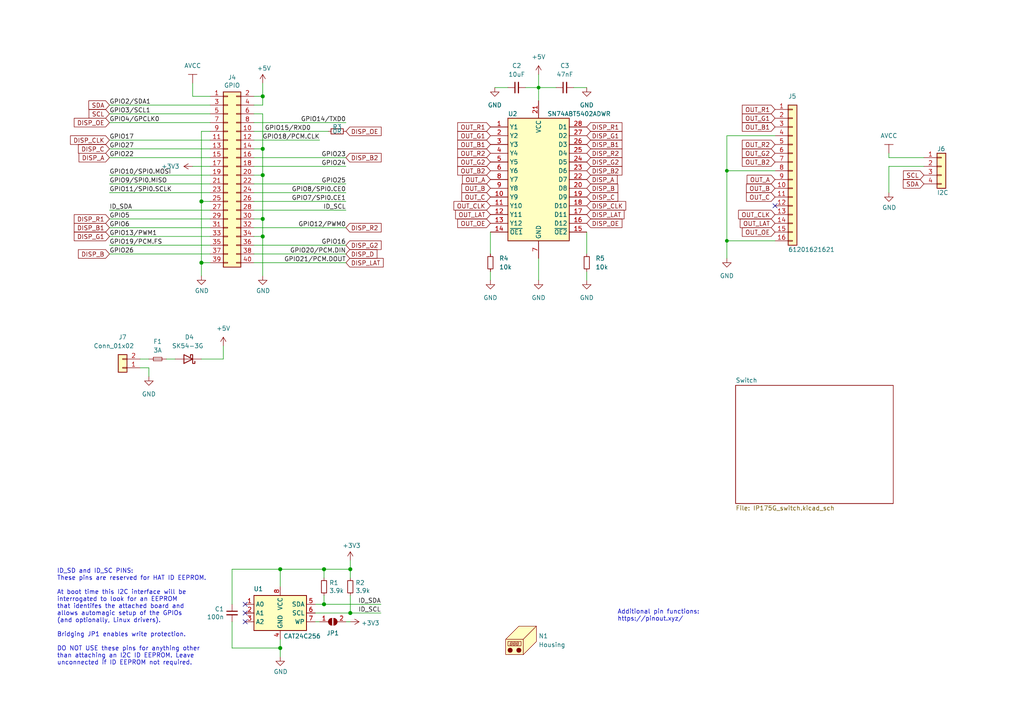
<source format=kicad_sch>
(kicad_sch (version 20230121) (generator eeschema)
  (paper "A4")
  (title_block (date "15 nov 2012"))
  (lib_symbols
    (symbol "+5V_1" (power) (pin_names (offset 0))
      (property "Value" "+5V_1" (at 0 3.556 0))
      (symbol "+5V_1_0_1"
        (polyline (pts (xy -0.762 1.27) (xy 0 2.54)))
        (polyline (pts (xy 0 0) (xy 0 2.54)))
        (polyline (pts (xy 0 2.54) (xy 0.762 1.27)))
      )
      (symbol "+5V_1_1_1"
        (pin power_in line (at 0 0 90) (length 0) hide (name "+5V") (number "1"))
      )
    )
    (symbol "+5V_2" (power) (pin_names (offset 0))
      (property "Value" "+5V_2" (at 0 3.556 0))
      (symbol "+5V_2_0_1"
        (polyline (pts (xy -0.762 1.27) (xy 0 2.54)))
        (polyline (pts (xy 0 0) (xy 0 2.54)))
        (polyline (pts (xy 0 2.54) (xy 0.762 1.27)))
      )
      (symbol "+5V_2_1_1"
        (pin power_in line (at 0 0 90) (length 0) hide (name "+5V") (number "1"))
      )
    )
    (symbol "CONNECTORS:AVCC" (power) (in_bom no) (on_board no)
      (property "Reference" "#AVCC" (at -1.27 1.27 0))
      (property "Value" "AVCC" (at 0 0 0))
      (symbol "AVCC_0_1"
        (polyline (pts (xy -1.27 0) (xy 1.27 0)))
        (polyline (pts (xy 0 -2.54) (xy 0 0)))
      )
      (symbol "AVCC_1_1"
        (pin power_in line (at 0 -2.54 90) (length 0) hide (name "AVCC") (number "1"))
      )
    )
    (symbol "Connector_Generic:Conn_01x02" (pin_names (offset 1.016) hide)
      (property "Reference" "J" (at 0 2.54 0))
      (property "Value" "Conn_01x02" (at 0 -5.08 0))
      (symbol "Conn_01x02_1_1"
        (rectangle (start -1.27 -2.413) (end 0 -2.667) (stroke (width 0.1524)))
        (rectangle (start -1.27 0.127) (end 0 -0.127) (stroke (width 0.1524)))
        (rectangle (start -1.27 1.27) (end 1.27 -3.81) (stroke (width 0.254)) (fill (type background)))
        (pin passive line (at -5.08 0 0) (length 3.81) (name "Pin_1") (number "1"))
        (pin passive line (at -5.08 -2.54 0) (length 3.81) (name "Pin_2") (number "2"))
      )
    )
    (symbol "Connector_Generic:Conn_01x04" (pin_names (offset 1.016) hide)
      (property "Reference" "J" (at 0 5.08 0))
      (property "Value" "Conn_01x04" (at 0 -7.62 0))
      (symbol "Conn_01x04_1_1"
        (rectangle (start -1.27 -4.953) (end 0 -5.207) (stroke (width 0.1524)))
        (rectangle (start -1.27 -2.413) (end 0 -2.667) (stroke (width 0.1524)))
        (rectangle (start -1.27 0.127) (end 0 -0.127) (stroke (width 0.1524)))
        (rectangle (start -1.27 2.667) (end 0 2.413) (stroke (width 0.1524)))
        (rectangle (start -1.27 3.81) (end 1.27 -6.35) (stroke (width 0.254)) (fill (type background)))
        (pin passive line (at -5.08 2.54 0) (length 3.81) (name "Pin_1") (number "1"))
        (pin passive line (at -5.08 0 0) (length 3.81) (name "Pin_2") (number "2"))
        (pin passive line (at -5.08 -2.54 0) (length 3.81) (name "Pin_3") (number "3"))
        (pin passive line (at -5.08 -5.08 0) (length 3.81) (name "Pin_4") (number "4"))
      )
    )
    (symbol "Connector_Generic:Conn_01x16" (pin_names (offset 1.016) hide)
      (property "Reference" "J" (at 0 20.32 0))
      (property "Value" "Conn_01x16" (at 0 -22.86 0))
      (symbol "Conn_01x16_1_1"
        (rectangle (start -1.27 -20.193) (end 0 -20.447) (stroke (width 0.1524)))
        (rectangle (start -1.27 -17.653) (end 0 -17.907) (stroke (width 0.1524)))
        (rectangle (start -1.27 -15.113) (end 0 -15.367) (stroke (width 0.1524)))
        (rectangle (start -1.27 -12.573) (end 0 -12.827) (stroke (width 0.1524)))
        (rectangle (start -1.27 -10.033) (end 0 -10.287) (stroke (width 0.1524)))
        (rectangle (start -1.27 -7.493) (end 0 -7.747) (stroke (width 0.1524)))
        (rectangle (start -1.27 -4.953) (end 0 -5.207) (stroke (width 0.1524)))
        (rectangle (start -1.27 -2.413) (end 0 -2.667) (stroke (width 0.1524)))
        (rectangle (start -1.27 0.127) (end 0 -0.127) (stroke (width 0.1524)))
        (rectangle (start -1.27 2.667) (end 0 2.413) (stroke (width 0.1524)))
        (rectangle (start -1.27 5.207) (end 0 4.953) (stroke (width 0.1524)))
        (rectangle (start -1.27 7.747) (end 0 7.493) (stroke (width 0.1524)))
        (rectangle (start -1.27 10.287) (end 0 10.033) (stroke (width 0.1524)))
        (rectangle (start -1.27 12.827) (end 0 12.573) (stroke (width 0.1524)))
        (rectangle (start -1.27 15.367) (end 0 15.113) (stroke (width 0.1524)))
        (rectangle (start -1.27 17.907) (end 0 17.653) (stroke (width 0.1524)))
        (rectangle (start -1.27 19.05) (end 1.27 -21.59) (stroke (width 0.254)) (fill (type background)))
        (pin passive line (at -5.08 17.78 0) (length 3.81) (name "Pin_1") (number "1"))
        (pin passive line (at -5.08 -5.08 0) (length 3.81) (name "Pin_10") (number "10"))
        (pin passive line (at -5.08 -7.62 0) (length 3.81) (name "Pin_11") (number "11"))
        (pin passive line (at -5.08 -10.16 0) (length 3.81) (name "Pin_12") (number "12"))
        (pin passive line (at -5.08 -12.7 0) (length 3.81) (name "Pin_13") (number "13"))
        (pin passive line (at -5.08 -15.24 0) (length 3.81) (name "Pin_14") (number "14"))
        (pin passive line (at -5.08 -17.78 0) (length 3.81) (name "Pin_15") (number "15"))
        (pin passive line (at -5.08 -20.32 0) (length 3.81) (name "Pin_16") (number "16"))
        (pin passive line (at -5.08 15.24 0) (length 3.81) (name "Pin_2") (number "2"))
        (pin passive line (at -5.08 12.7 0) (length 3.81) (name "Pin_3") (number "3"))
        (pin passive line (at -5.08 10.16 0) (length 3.81) (name "Pin_4") (number "4"))
        (pin passive line (at -5.08 7.62 0) (length 3.81) (name "Pin_5") (number "5"))
        (pin passive line (at -5.08 5.08 0) (length 3.81) (name "Pin_6") (number "6"))
        (pin passive line (at -5.08 2.54 0) (length 3.81) (name "Pin_7") (number "7"))
        (pin passive line (at -5.08 0 0) (length 3.81) (name "Pin_8") (number "8"))
        (pin passive line (at -5.08 -2.54 0) (length 3.81) (name "Pin_9") (number "9"))
      )
    )
    (symbol "Connector_Generic:Conn_02x20_Odd_Even" (pin_names (offset 1.016) hide)
      (property "Reference" "J" (at 1.27 25.4 0))
      (property "Value" "Conn_02x20_Odd_Even" (at 1.27 -27.94 0))
      (symbol "Conn_02x20_Odd_Even_1_1"
        (rectangle (start -1.27 -25.273) (end 0 -25.527) (stroke (width 0.1524)))
        (rectangle (start -1.27 -22.733) (end 0 -22.987) (stroke (width 0.1524)))
        (rectangle (start -1.27 -20.193) (end 0 -20.447) (stroke (width 0.1524)))
        (rectangle (start -1.27 -17.653) (end 0 -17.907) (stroke (width 0.1524)))
        (rectangle (start -1.27 -15.113) (end 0 -15.367) (stroke (width 0.1524)))
        (rectangle (start -1.27 -12.573) (end 0 -12.827) (stroke (width 0.1524)))
        (rectangle (start -1.27 -10.033) (end 0 -10.287) (stroke (width 0.1524)))
        (rectangle (start -1.27 -7.493) (end 0 -7.747) (stroke (width 0.1524)))
        (rectangle (start -1.27 -4.953) (end 0 -5.207) (stroke (width 0.1524)))
        (rectangle (start -1.27 -2.413) (end 0 -2.667) (stroke (width 0.1524)))
        (rectangle (start -1.27 0.127) (end 0 -0.127) (stroke (width 0.1524)))
        (rectangle (start -1.27 2.667) (end 0 2.413) (stroke (width 0.1524)))
        (rectangle (start -1.27 5.207) (end 0 4.953) (stroke (width 0.1524)))
        (rectangle (start -1.27 7.747) (end 0 7.493) (stroke (width 0.1524)))
        (rectangle (start -1.27 10.287) (end 0 10.033) (stroke (width 0.1524)))
        (rectangle (start -1.27 12.827) (end 0 12.573) (stroke (width 0.1524)))
        (rectangle (start -1.27 15.367) (end 0 15.113) (stroke (width 0.1524)))
        (rectangle (start -1.27 17.907) (end 0 17.653) (stroke (width 0.1524)))
        (rectangle (start -1.27 20.447) (end 0 20.193) (stroke (width 0.1524)))
        (rectangle (start -1.27 22.987) (end 0 22.733) (stroke (width 0.1524)))
        (rectangle (start -1.27 24.13) (end 3.81 -26.67) (stroke (width 0.254)) (fill (type background)))
        (rectangle (start 3.81 -25.273) (end 2.54 -25.527) (stroke (width 0.1524)))
        (rectangle (start 3.81 -22.733) (end 2.54 -22.987) (stroke (width 0.1524)))
        (rectangle (start 3.81 -20.193) (end 2.54 -20.447) (stroke (width 0.1524)))
        (rectangle (start 3.81 -17.653) (end 2.54 -17.907) (stroke (width 0.1524)))
        (rectangle (start 3.81 -15.113) (end 2.54 -15.367) (stroke (width 0.1524)))
        (rectangle (start 3.81 -12.573) (end 2.54 -12.827) (stroke (width 0.1524)))
        (rectangle (start 3.81 -10.033) (end 2.54 -10.287) (stroke (width 0.1524)))
        (rectangle (start 3.81 -7.493) (end 2.54 -7.747) (stroke (width 0.1524)))
        (rectangle (start 3.81 -4.953) (end 2.54 -5.207) (stroke (width 0.1524)))
        (rectangle (start 3.81 -2.413) (end 2.54 -2.667) (stroke (width 0.1524)))
        (rectangle (start 3.81 0.127) (end 2.54 -0.127) (stroke (width 0.1524)))
        (rectangle (start 3.81 2.667) (end 2.54 2.413) (stroke (width 0.1524)))
        (rectangle (start 3.81 5.207) (end 2.54 4.953) (stroke (width 0.1524)))
        (rectangle (start 3.81 7.747) (end 2.54 7.493) (stroke (width 0.1524)))
        (rectangle (start 3.81 10.287) (end 2.54 10.033) (stroke (width 0.1524)))
        (rectangle (start 3.81 12.827) (end 2.54 12.573) (stroke (width 0.1524)))
        (rectangle (start 3.81 15.367) (end 2.54 15.113) (stroke (width 0.1524)))
        (rectangle (start 3.81 17.907) (end 2.54 17.653) (stroke (width 0.1524)))
        (rectangle (start 3.81 20.447) (end 2.54 20.193) (stroke (width 0.1524)))
        (rectangle (start 3.81 22.987) (end 2.54 22.733) (stroke (width 0.1524)))
        (pin passive line (at -5.08 22.86 0) (length 3.81) (name "Pin_1") (number "1"))
        (pin passive line (at 7.62 12.7 180) (length 3.81) (name "Pin_10") (number "10"))
        (pin passive line (at -5.08 10.16 0) (length 3.81) (name "Pin_11") (number "11"))
        (pin passive line (at 7.62 10.16 180) (length 3.81) (name "Pin_12") (number "12"))
        (pin passive line (at -5.08 7.62 0) (length 3.81) (name "Pin_13") (number "13"))
        (pin passive line (at 7.62 7.62 180) (length 3.81) (name "Pin_14") (number "14"))
        (pin passive line (at -5.08 5.08 0) (length 3.81) (name "Pin_15") (number "15"))
        (pin passive line (at 7.62 5.08 180) (length 3.81) (name "Pin_16") (number "16"))
        (pin passive line (at -5.08 2.54 0) (length 3.81) (name "Pin_17") (number "17"))
        (pin passive line (at 7.62 2.54 180) (length 3.81) (name "Pin_18") (number "18"))
        (pin passive line (at -5.08 0 0) (length 3.81) (name "Pin_19") (number "19"))
        (pin passive line (at 7.62 22.86 180) (length 3.81) (name "Pin_2") (number "2"))
        (pin passive line (at 7.62 0 180) (length 3.81) (name "Pin_20") (number "20"))
        (pin passive line (at -5.08 -2.54 0) (length 3.81) (name "Pin_21") (number "21"))
        (pin passive line (at 7.62 -2.54 180) (length 3.81) (name "Pin_22") (number "22"))
        (pin passive line (at -5.08 -5.08 0) (length 3.81) (name "Pin_23") (number "23"))
        (pin passive line (at 7.62 -5.08 180) (length 3.81) (name "Pin_24") (number "24"))
        (pin passive line (at -5.08 -7.62 0) (length 3.81) (name "Pin_25") (number "25"))
        (pin passive line (at 7.62 -7.62 180) (length 3.81) (name "Pin_26") (number "26"))
        (pin passive line (at -5.08 -10.16 0) (length 3.81) (name "Pin_27") (number "27"))
        (pin passive line (at 7.62 -10.16 180) (length 3.81) (name "Pin_28") (number "28"))
        (pin passive line (at -5.08 -12.7 0) (length 3.81) (name "Pin_29") (number "29"))
        (pin passive line (at -5.08 20.32 0) (length 3.81) (name "Pin_3") (number "3"))
        (pin passive line (at 7.62 -12.7 180) (length 3.81) (name "Pin_30") (number "30"))
        (pin passive line (at -5.08 -15.24 0) (length 3.81) (name "Pin_31") (number "31"))
        (pin passive line (at 7.62 -15.24 180) (length 3.81) (name "Pin_32") (number "32"))
        (pin passive line (at -5.08 -17.78 0) (length 3.81) (name "Pin_33") (number "33"))
        (pin passive line (at 7.62 -17.78 180) (length 3.81) (name "Pin_34") (number "34"))
        (pin passive line (at -5.08 -20.32 0) (length 3.81) (name "Pin_35") (number "35"))
        (pin passive line (at 7.62 -20.32 180) (length 3.81) (name "Pin_36") (number "36"))
        (pin passive line (at -5.08 -22.86 0) (length 3.81) (name "Pin_37") (number "37"))
        (pin passive line (at 7.62 -22.86 180) (length 3.81) (name "Pin_38") (number "38"))
        (pin passive line (at -5.08 -25.4 0) (length 3.81) (name "Pin_39") (number "39"))
        (pin passive line (at 7.62 20.32 180) (length 3.81) (name "Pin_4") (number "4"))
        (pin passive line (at 7.62 -25.4 180) (length 3.81) (name "Pin_40") (number "40"))
        (pin passive line (at -5.08 17.78 0) (length 3.81) (name "Pin_5") (number "5"))
        (pin passive line (at 7.62 17.78 180) (length 3.81) (name "Pin_6") (number "6"))
        (pin passive line (at -5.08 15.24 0) (length 3.81) (name "Pin_7") (number "7"))
        (pin passive line (at 7.62 15.24 180) (length 3.81) (name "Pin_8") (number "8"))
        (pin passive line (at -5.08 12.7 0) (length 3.81) (name "Pin_9") (number "9"))
      )
    )
    (symbol "Device:C_Small" (pin_numbers hide) (pin_names (offset 0.254) hide)
      (property "Reference" "C" (at 0.254 1.778 0))
      (property "Value" "C_Small" (at 0.254 -2.032 0))
      (symbol "C_Small_0_1"
        (polyline (pts (xy -1.524 -0.508) (xy 1.524 -0.508)) (stroke (width 0.3302)))
        (polyline (pts (xy -1.524 0.508) (xy 1.524 0.508)) (stroke (width 0.3048)))
      )
      (symbol "C_Small_1_1"
        (pin passive line (at 0 2.54 270) (length 2.032) (name "~") (number "1"))
        (pin passive line (at 0 -2.54 90) (length 2.032) (name "~") (number "2"))
      )
    )
    (symbol "Device:Fuse_Small" (pin_numbers hide) (pin_names (offset 0.254) hide)
      (property "Reference" "F" (at 0 -1.524 0))
      (property "Value" "Fuse_Small" (at 0 1.524 0))
      (symbol "Fuse_Small_0_1"
        (rectangle (start -1.27 0.508) (end 1.27 -0.508))
        (polyline (pts (xy -1.27 0) (xy 1.27 0)))
      )
      (symbol "Fuse_Small_1_1"
        (pin passive line (at -2.54 0 0) (length 1.27) (name "~") (number "1"))
        (pin passive line (at 2.54 0 180) (length 1.27) (name "~") (number "2"))
      )
    )
    (symbol "Device:R_Small" (pin_numbers hide) (pin_names (offset 0.254) hide)
      (property "Reference" "R" (at 0.762 0.508 0))
      (property "Value" "R_Small" (at 0.762 -1.016 0))
      (symbol "R_Small_0_1"
        (rectangle (start -0.762 1.778) (end 0.762 -1.778) (stroke (width 0.2032)))
      )
      (symbol "R_Small_1_1"
        (pin passive line (at 0 2.54 270) (length 0.762) (name "~") (number "1"))
        (pin passive line (at 0 -2.54 90) (length 0.762) (name "~") (number "2"))
      )
    )
    (symbol "Diode:1N6858UR" (pin_numbers hide) (pin_names (offset 1.016) hide)
      (property "Reference" "D" (at 0 2.54 0))
      (property "Value" "1N6858UR" (at 0 -2.54 0))
      (symbol "1N6858UR_0_1"
        (polyline (pts (xy 1.27 0) (xy -1.27 0)))
        (polyline (pts (xy 1.27 1.27) (xy 1.27 -1.27) (xy -1.27 0) (xy 1.27 1.27)) (stroke (width 0.254)))
        (polyline (pts (xy -1.905 0.635) (xy -1.905 1.27) (xy -1.27 1.27) (xy -1.27 -1.27) (xy -0.635 -1.27) (xy -0.635 -0.635)) (stroke (width 0.254)))
      )
      (symbol "1N6858UR_1_1"
        (pin passive line (at -3.81 0 0) (length 2.54) (name "K") (number "1"))
        (pin passive line (at 3.81 0 180) (length 2.54) (name "A") (number "2"))
      )
    )
    (symbol "GND_1" (power) (pin_names (offset 0))
      (property "Value" "GND_1" (at 0 -3.81 0))
      (symbol "GND_1_0_1"
        (polyline (pts (xy 0 0) (xy 0 -1.27) (xy 1.27 -1.27) (xy 0 -2.54) (xy -1.27 -1.27) (xy 0 -1.27)))
      )
      (symbol "GND_1_1_1"
        (pin power_in line (at 0 0 270) (length 0) hide (name "GND") (number "1"))
      )
    )
    (symbol "GND_2" (power) (pin_names (offset 0))
      (property "Value" "GND_2" (at 0 -3.81 0))
      (symbol "GND_2_0_1"
        (polyline (pts (xy 0 0) (xy 0 -1.27) (xy 1.27 -1.27) (xy 0 -2.54) (xy -1.27 -1.27) (xy 0 -1.27)))
      )
      (symbol "GND_2_1_1"
        (pin power_in line (at 0 0 270) (length 0) hide (name "GND") (number "1"))
      )
    )
    (symbol "ICs:SN74ABT5402ADWR"
      (property "Reference" "U" (at -8.89 20.32 0))
      (property "Value" "SN74ABT5402ADWR" (at 1.27 -19.05 0))
      (symbol "SN74ABT5402ADWR_1_1"
        (rectangle (start -8.89 17.78) (end 8.89 -17.78) (stroke (width 0.254)) (fill (type background)))
        (pin passive line (at -13.97 15.24 0) (length 5.08) (name "Y1") (number "1"))
        (pin passive line (at -13.97 -5.08 0) (length 5.08) (name "Y9") (number "10"))
        (pin passive line (at -13.97 -7.62 0) (length 5.08) (name "Y10") (number "11"))
        (pin passive line (at -13.97 -10.16 0) (length 5.08) (name "Y11") (number "12"))
        (pin passive line (at -13.97 -12.7 0) (length 5.08) (name "Y12") (number "13"))
        (pin passive line (at -13.97 -15.24 0) (length 5.08) (name "~{OE1}") (number "14"))
        (pin passive line (at 13.97 -15.24 180) (length 5.08) (name "~{OE2}") (number "15"))
        (pin passive line (at 13.97 -12.7 180) (length 5.08) (name "D12") (number "16"))
        (pin passive line (at 13.97 -10.16 180) (length 5.08) (name "D11") (number "17"))
        (pin passive line (at 13.97 -7.62 180) (length 5.08) (name "D10") (number "18"))
        (pin passive line (at 13.97 -5.08 180) (length 5.08) (name "D9") (number "19"))
        (pin passive line (at -13.97 12.7 0) (length 5.08) (name "Y2") (number "2"))
        (pin passive line (at 13.97 -2.54 180) (length 5.08) (name "D8") (number "20"))
        (pin passive line (at 0 22.86 270) (length 5.08) (name "VCC") (number "21"))
        (pin passive line (at 13.97 0 180) (length 5.08) (name "D7") (number "22"))
        (pin passive line (at 13.97 2.54 180) (length 5.08) (name "D6") (number "23"))
        (pin passive line (at 13.97 5.08 180) (length 5.08) (name "D5") (number "24"))
        (pin passive line (at 13.97 7.62 180) (length 5.08) (name "D4") (number "25"))
        (pin passive line (at 13.97 10.16 180) (length 5.08) (name "D3") (number "26"))
        (pin passive line (at 13.97 12.7 180) (length 5.08) (name "D2") (number "27"))
        (pin passive line (at 13.97 15.24 180) (length 5.08) (name "D1") (number "28"))
        (pin passive line (at -13.97 10.16 0) (length 5.08) (name "Y3") (number "3"))
        (pin passive line (at -13.97 7.62 0) (length 5.08) (name "Y4") (number "4"))
        (pin passive line (at -13.97 5.08 0) (length 5.08) (name "Y5") (number "5"))
        (pin passive line (at -13.97 2.54 0) (length 5.08) (name "Y6") (number "6"))
        (pin passive line (at 0 -22.86 90) (length 5.08) (name "GND") (number "7"))
        (pin passive line (at -13.97 0 0) (length 5.08) (name "Y7") (number "8"))
        (pin passive line (at -13.97 -2.54 0) (length 5.08) (name "Y8") (number "9"))
      )
    )
    (symbol "Jumper:SolderJumper_2_Open" (pin_names (offset 0) hide)
      (property "Reference" "JP" (at 0 2.032 0))
      (property "Value" "SolderJumper_2_Open" (at 0 -2.54 0))
      (symbol "SolderJumper_2_Open_0_1"
        (arc (start -0.254 1.016) (mid -1.2656 0) (end -0.254 -1.016))
        (arc (start -0.254 1.016) (mid -1.2656 0) (end -0.254 -1.016) (fill (type outline)))
        (polyline (pts (xy -0.254 1.016) (xy -0.254 -1.016)))
        (polyline (pts (xy 0.254 1.016) (xy 0.254 -1.016)))
        (arc (start 0.254 -1.016) (mid 1.2656 0) (end 0.254 1.016))
        (arc (start 0.254 -1.016) (mid 1.2656 0) (end 0.254 1.016) (fill (type outline)))
      )
      (symbol "SolderJumper_2_Open_1_1"
        (pin passive line (at -3.81 0 0) (length 2.54) (name "A") (number "1"))
        (pin passive line (at 3.81 0 180) (length 2.54) (name "B") (number "2"))
      )
    )
    (symbol "Mechanical:Housing" (pin_names (offset 1.016))
      (property "Reference" "N" (at 3.81 0 0))
      (property "Value" "Housing" (at 3.81 -1.905 0))
      (symbol "Housing_0_1"
        (rectangle (start -5.08 -0.635) (end -1.27 -1.905))
        (circle (center -4.445 -3.175) (radius 0.635) (fill (type outline)))
        (circle (center -1.905 -3.175) (radius 0.635) (fill (type outline)))
        (polyline (pts (xy -4.5212 -1.5748) (xy -4.4704 -1.3716)))
        (polyline (pts (xy -4.4196 -1.6764) (xy -4.064 -1.6764)))
        (polyline (pts (xy -4.4196 -1.2192) (xy -4.3688 -0.9652)))
        (polyline (pts (xy -4.318 -1.3208) (xy -4.0132 -1.3208)))
        (polyline (pts (xy -4.2164 -0.9144) (xy -3.9116 -0.9144)))
        (polyline (pts (xy -3.9116 -1.6256) (xy -3.8608 -1.3716)))
        (polyline (pts (xy -3.81 -1.2192) (xy -3.7592 -0.9652)))
        (polyline (pts (xy -3.6068 -1.5748) (xy -3.556 -1.3716)))
        (polyline (pts (xy -3.5052 -1.6764) (xy -3.1496 -1.6764)))
        (polyline (pts (xy -3.5052 -1.2192) (xy -3.4544 -0.9652)))
        (polyline (pts (xy -3.4036 -1.3208) (xy -3.0988 -1.3208)))
        (polyline (pts (xy -3.302 -0.9144) (xy -2.9972 -0.9144)))
        (polyline (pts (xy -2.9972 -1.6256) (xy -2.9464 -1.3716)))
        (polyline (pts (xy -2.8956 -1.2192) (xy -2.8448 -0.9652)))
        (polyline (pts (xy -2.6924 -1.5748) (xy -2.6416 -1.3716)))
        (polyline (pts (xy -2.5908 -1.6764) (xy -2.2352 -1.6764)))
        (polyline (pts (xy -2.5908 -1.2192) (xy -2.54 -0.9652)))
        (polyline (pts (xy -2.4892 -1.3208) (xy -2.1844 -1.3208)))
        (polyline (pts (xy -2.3876 -0.9144) (xy -2.0828 -0.9144)))
        (polyline (pts (xy -2.0828 -1.6256) (xy -2.032 -1.3716)))
        (polyline (pts (xy -1.9812 -1.2192) (xy -1.9304 -0.9652)))
        (polyline (pts (xy -0.635 0) (xy -0.635 -4.445)))
        (polyline (pts (xy -5.715 0) (xy -0.635 0) (xy 3.175 3.81)))
        (polyline (pts (xy -5.715 0) (xy -5.715 -4.445) (xy -0.635 -4.445) (xy 3.175 -0.635) (xy 3.175 3.81) (xy -1.905 3.81) (xy -5.715 0)) (fill (type background)))
      )
    )
    (symbol "Memory_EEPROM:CAT24C256"
      (property "Reference" "U" (at -6.35 6.35 0))
      (property "Value" "CAT24C256" (at 1.27 6.35 0))
      (symbol "CAT24C256_1_1"
        (rectangle (start -7.62 5.08) (end 7.62 -5.08) (stroke (width 0.254)) (fill (type background)))
        (pin input line (at -10.16 2.54 0) (length 2.54) (name "A0") (number "1"))
        (pin input line (at -10.16 0 0) (length 2.54) (name "A1") (number "2"))
        (pin input line (at -10.16 -2.54 0) (length 2.54) (name "A2") (number "3"))
        (pin power_in line (at 0 -7.62 90) (length 2.54) (name "GND") (number "4"))
        (pin bidirectional line (at 10.16 2.54 180) (length 2.54) (name "SDA") (number "5"))
        (pin input line (at 10.16 0 180) (length 2.54) (name "SCL") (number "6"))
        (pin input line (at 10.16 -2.54 180) (length 2.54) (name "WP") (number "7"))
        (pin power_in line (at 0 7.62 270) (length 2.54) (name "VCC") (number "8"))
      )
    )
    (symbol "power:+3.3V" (power) (pin_names (offset 0))
      (property "Value" "+3.3V" (at 0 3.556 0))
      (symbol "+3.3V_0_1"
        (polyline (pts (xy -0.762 1.27) (xy 0 2.54)))
        (polyline (pts (xy 0 0) (xy 0 2.54)))
        (polyline (pts (xy 0 2.54) (xy 0.762 1.27)))
      )
      (symbol "+3.3V_1_1"
        (pin power_in line (at 0 0 90) (length 0) hide (name "+3V3") (number "1"))
      )
    )
    (symbol "power:+3V3" (power) (pin_names (offset 0))
      (property "Value" "+3V3" (at 0 3.556 0))
      (symbol "+3V3_0_1"
        (polyline (pts (xy -0.762 1.27) (xy 0 2.54)))
        (polyline (pts (xy 0 0) (xy 0 2.54)))
        (polyline (pts (xy 0 2.54) (xy 0.762 1.27)))
      )
      (symbol "+3V3_1_1"
        (pin power_in line (at 0 0 90) (length 0) hide (name "+3V3") (number "1"))
      )
    )
    (symbol "power:+5V" (power) (pin_names (offset 0))
      (property "Value" "+5V" (at 0 3.556 0))
      (symbol "+5V_0_1"
        (polyline (pts (xy -0.762 1.27) (xy 0 2.54)))
        (polyline (pts (xy 0 0) (xy 0 2.54)))
        (polyline (pts (xy 0 2.54) (xy 0.762 1.27)))
      )
      (symbol "+5V_1_1"
        (pin power_in line (at 0 0 90) (length 0) hide (name "+5V") (number "1"))
      )
    )
    (symbol "power:GND" (power) (pin_names (offset 0))
      (property "Value" "GND" (at 0 -3.81 0))
      (symbol "GND_0_1"
        (polyline (pts (xy 0 0) (xy 0 -1.27) (xy 1.27 -1.27) (xy 0 -2.54) (xy -1.27 -1.27) (xy 0 -1.27)))
      )
      (symbol "GND_1_1"
        (pin power_in line (at 0 0 270) (length 0) hide (name "GND") (number "1"))
      )
    )
  )
  (junction (at 93.98 175.26) (diameter 1.016))
  (junction (at 76.2 27.94) (diameter 1.016))
  (junction (at 81.28 187.96) (diameter 1.016))
  (junction (at 76.2 43.18) (diameter 1.016))
  (junction (at 81.28 165.1) (diameter 1.016))
  (junction (at 210.82 49.53))
  (junction (at 101.6 165.1) (diameter 1.016))
  (junction (at 58.42 76.2) (diameter 1.016))
  (junction (at 58.42 58.42) (diameter 1.016))
  (junction (at 76.2 68.58) (diameter 1.016))
  (junction (at 210.82 69.85))
  (junction (at 76.2 63.5) (diameter 1.016))
  (junction (at 156.21 25.4))
  (junction (at 76.2 50.8) (diameter 1.016))
  (junction (at 101.6 177.8) (diameter 1.016))
  (junction (at 93.98 165.1) (diameter 1.016))
  (no_connect (at 71.12 175.26))
  (no_connect (at 71.12 177.8))
  (no_connect (at 71.12 180.34))
  (no_connect (at 224.79 59.69))
  (wire (pts (xy 58.42 58.42) (xy 58.42 76.2)))
  (wire (pts (xy 73.66 58.42) (xy 100.33 58.42)))
  (wire (pts (xy 161.29 25.4) (xy 156.21 25.4)))
  (wire (pts (xy 60.96 40.64) (xy 31.75 40.64)))
  (wire (pts (xy 43.18 109.22) (xy 43.18 106.68)))
  (wire (pts (xy 81.28 165.1) (xy 93.98 165.1)))
  (wire (pts (xy 101.6 165.1) (xy 93.98 165.1)))
  (wire (pts (xy 101.6 167.64) (xy 101.6 165.1)))
  (wire (pts (xy 76.2 33.02) (xy 76.2 43.18)))
  (wire (pts (xy 76.2 50.8) (xy 73.66 50.8)))
  (wire (pts (xy 170.18 67.31) (xy 170.18 73.66)))
  (wire (pts (xy 224.79 39.37) (xy 210.82 39.37)))
  (wire (pts (xy 76.2 63.5) (xy 76.2 68.58)))
  (wire (pts (xy 76.2 50.8) (xy 76.2 63.5)))
  (wire (pts (xy 73.66 35.56) (xy 100.33 35.56)))
  (wire (pts (xy 58.42 38.1) (xy 58.42 58.42)))
  (wire (pts (xy 91.44 175.26) (xy 93.98 175.26)))
  (wire (pts (xy 93.98 175.26) (xy 110.49 175.26)))
  (wire (pts (xy 166.37 25.4) (xy 170.18 25.4)))
  (wire (pts (xy 58.42 38.1) (xy 60.96 38.1)))
  (wire (pts (xy 91.44 180.34) (xy 92.71 180.34)))
  (wire (pts (xy 100.33 180.34) (xy 101.6 180.34)))
  (wire (pts (xy 73.66 55.88) (xy 100.33 55.88)))
  (wire (pts (xy 60.96 60.96) (xy 31.75 60.96)))
  (wire (pts (xy 31.75 63.5) (xy 60.96 63.5)))
  (wire (pts (xy 156.21 21.59) (xy 156.21 25.4)))
  (wire (pts (xy 58.42 58.42) (xy 60.96 58.42)))
  (wire (pts (xy 101.6 162.56) (xy 101.6 165.1)))
  (wire (pts (xy 48.26 104.14) (xy 50.8 104.14)))
  (wire (pts (xy 73.66 45.72) (xy 100.33 45.72)))
  (wire (pts (xy 81.28 165.1) (xy 81.28 170.18)))
  (wire (pts (xy 257.81 45.72) (xy 257.81 44.45)))
  (wire (pts (xy 210.82 69.85) (xy 224.79 69.85)))
  (wire (pts (xy 156.21 25.4) (xy 156.21 29.21)))
  (wire (pts (xy 43.18 106.68) (xy 40.64 106.68)))
  (wire (pts (xy 73.66 76.2) (xy 100.33 76.2)))
  (wire (pts (xy 58.42 76.2) (xy 58.42 80.01)))
  (wire (pts (xy 31.75 43.18) (xy 60.96 43.18)))
  (wire (pts (xy 101.6 172.72) (xy 101.6 177.8)))
  (wire (pts (xy 55.88 24.13) (xy 55.88 27.94)))
  (wire (pts (xy 76.2 68.58) (xy 73.66 68.58)))
  (wire (pts (xy 210.82 39.37) (xy 210.82 49.53)))
  (wire (pts (xy 31.75 33.02) (xy 60.96 33.02)))
  (wire (pts (xy 31.75 55.88) (xy 60.96 55.88)))
  (wire (pts (xy 55.88 48.26) (xy 60.96 48.26)))
  (wire (pts (xy 152.4 25.4) (xy 156.21 25.4)))
  (wire (pts (xy 60.96 30.48) (xy 31.75 30.48)))
  (wire (pts (xy 76.2 27.94) (xy 76.2 30.48)))
  (wire (pts (xy 76.2 43.18) (xy 76.2 50.8)))
  (wire (pts (xy 73.66 40.64) (xy 92.71 40.64)))
  (wire (pts (xy 76.2 43.18) (xy 73.66 43.18)))
  (wire (pts (xy 76.2 24.13) (xy 76.2 27.94)))
  (wire (pts (xy 267.97 48.26) (xy 257.81 48.26)))
  (wire (pts (xy 31.75 35.56) (xy 60.96 35.56)))
  (wire (pts (xy 93.98 165.1) (xy 93.98 167.64)))
  (wire (pts (xy 76.2 27.94) (xy 73.66 27.94)))
  (wire (pts (xy 64.77 104.14) (xy 64.77 100.33)))
  (wire (pts (xy 210.82 49.53) (xy 210.82 69.85)))
  (wire (pts (xy 73.66 48.26) (xy 100.33 48.26)))
  (wire (pts (xy 267.97 45.72) (xy 257.81 45.72)))
  (wire (pts (xy 93.98 172.72) (xy 93.98 175.26)))
  (wire (pts (xy 91.44 177.8) (xy 101.6 177.8)))
  (wire (pts (xy 101.6 177.8) (xy 110.49 177.8)))
  (wire (pts (xy 31.75 45.72) (xy 60.96 45.72)))
  (wire (pts (xy 31.75 53.34) (xy 60.96 53.34)))
  (wire (pts (xy 224.79 49.53) (xy 210.82 49.53)))
  (wire (pts (xy 31.75 66.04) (xy 60.96 66.04)))
  (wire (pts (xy 142.24 78.74) (xy 142.24 81.28)))
  (wire (pts (xy 76.2 30.48) (xy 73.66 30.48)))
  (wire (pts (xy 170.18 78.74) (xy 170.18 81.28)))
  (wire (pts (xy 143.51 25.4) (xy 147.32 25.4)))
  (wire (pts (xy 31.75 71.12) (xy 60.96 71.12)))
  (wire (pts (xy 40.64 104.14) (xy 43.18 104.14)))
  (wire (pts (xy 73.66 71.12) (xy 100.33 71.12)))
  (wire (pts (xy 156.21 74.93) (xy 156.21 81.28)))
  (wire (pts (xy 73.66 66.04) (xy 100.33 66.04)))
  (wire (pts (xy 58.42 76.2) (xy 60.96 76.2)))
  (wire (pts (xy 58.42 104.14) (xy 64.77 104.14)))
  (wire (pts (xy 73.66 73.66) (xy 100.33 73.66)))
  (wire (pts (xy 257.81 48.26) (xy 257.81 55.88)))
  (wire (pts (xy 76.2 33.02) (xy 73.66 33.02)))
  (wire (pts (xy 31.75 73.66) (xy 60.96 73.66)))
  (wire (pts (xy 142.24 67.31) (xy 142.24 73.66)))
  (wire (pts (xy 67.31 165.1) (xy 67.31 175.26)))
  (wire (pts (xy 67.31 180.34) (xy 67.31 187.96)))
  (wire (pts (xy 67.31 187.96) (xy 81.28 187.96)))
  (wire (pts (xy 81.28 165.1) (xy 67.31 165.1)))
  (wire (pts (xy 81.28 185.42) (xy 81.28 187.96)))
  (wire (pts (xy 81.28 187.96) (xy 81.28 190.5)))
  (wire (pts (xy 73.66 38.1) (xy 95.25 38.1)))
  (wire (pts (xy 76.2 68.58) (xy 76.2 80.01)))
  (wire (pts (xy 210.82 69.85) (xy 210.82 74.93)))
  (wire (pts (xy 73.66 53.34) (xy 100.33 53.34)))
  (wire (pts (xy 60.96 68.58) (xy 31.75 68.58)))
  (wire (pts (xy 76.2 63.5) (xy 73.66 63.5)))
  (wire (pts (xy 55.88 27.94) (xy 60.96 27.94)))
  (wire (pts (xy 60.96 50.8) (xy 31.75 50.8)))
  (wire (pts (xy 73.66 60.96) (xy 100.33 60.96)))
  (text "Additional pin functions:\nhttps://pinout.xyz/" (at 179.07 180.34 0) (effects (font (size 1.27 1.27)) (justify left bottom)))
  (text "ID_SD and ID_SC PINS:\nThese pins are reserved for HAT ID EEPROM.\n\nAt boot time this I2C interface will be\ninterrogated to look for an EEPROM\nthat identifes the attached board and\nallows automagic setup of the GPIOs\n(and optionally, Linux drivers).\n\nBridging JP1 enables write protection.\n\nDO NOT USE these pins for anything other\nthan attaching an I2C ID EEPROM. Leave\nunconnected if ID EEPROM not required." (at 16.51 193.04 0) (effects (font (size 1.27 1.27)) (justify left bottom)))
  (label "ID_SDA" (at 31.75 60.96 0))
  (label "GPIO6" (at 31.75 66.04 0))
  (label "ID_SDA" (at 110.49 175.26 180))
  (label "ID_SCL" (at 100.33 60.96 180))
  (label "GPIO5" (at 31.75 63.5 0))
  (label "GPIO21{slash}PCM.DOUT" (at 100.33 76.2 180))
  (label "GPIO19{slash}PCM.FS" (at 31.75 71.12 0))
  (label "GPIO10{slash}SPI0.MOSI" (at 31.75 50.8 0))
  (label "GPIO9{slash}SPI0.MISO" (at 31.75 53.34 0))
  (label "GPIO23" (at 100.33 45.72 180))
  (label "GPIO4{slash}GPCLK0" (at 31.75 35.56 0))
  (label "GPIO27" (at 31.75 43.18 0))
  (label "GPIO26" (at 31.75 73.66 0))
  (label "GPIO14{slash}TXD0" (at 100.33 35.56 180))
  (label "GPIO8{slash}SPI0.CE0" (at 100.33 55.88 180))
  (label "GPIO15{slash}RXD0" (at 90.17 38.1 180))
  (label "GPIO16" (at 100.33 71.12 180))
  (label "GPIO22" (at 31.75 45.72 0))
  (label "GPIO2{slash}SDA1" (at 31.75 30.48 0))
  (label "GPIO17" (at 31.75 40.64 0))
  (label "GPIO25" (at 100.33 53.34 180))
  (label "GPIO3{slash}SCL1" (at 31.75 33.02 0))
  (label "GPIO18{slash}PCM.CLK" (at 92.71 40.64 180))
  (label "GPIO12{slash}PWM0" (at 100.33 66.04 180))
  (label "GPIO13{slash}PWM1" (at 31.75 68.58 0))
  (label "GPIO20{slash}PCM.DIN" (at 100.33 73.66 180))
  (label "GPIO24" (at 100.33 48.26 180))
  (label "GPIO7{slash}SPI0.CE1" (at 100.33 58.42 180))
  (label "ID_SCL" (at 110.49 177.8 180))
  (label "GPIO11{slash}SPI0.SCLK" (at 31.75 55.88 0))
  (global_label "OUT_G1" (shape input) (at 142.24 39.37 180) (property "Intersheetrefs" "${INTERSHEET_REFS}" (effects hide)))
  (global_label "DISP_LAT" (shape input) (at 170.18 62.23 0) (property "Intersheetrefs" "${INTERSHEET_REFS}" (effects hide)))
  (global_label "DISP_B1" (shape input) (at 31.75 66.04 180) (property "Intersheetrefs" "${INTERSHEET_REFS}" (effects hide)))
  (global_label "DISP_A" (shape input) (at 31.75 45.72 180) (property "Intersheetrefs" "${INTERSHEET_REFS}" (effects hide)))
  (global_label "SCL" (shape input) (at 267.97 50.8 180) (property "Intersheetrefs" "${INTERSHEET_REFS}" (effects hide)))
  (global_label "OUT_LAT" (shape input) (at 142.24 62.23 180) (property "Intersheetrefs" "${INTERSHEET_REFS}" (effects hide)))
  (global_label "DISP_C" (shape input) (at 170.18 57.15 0) (property "Intersheetrefs" "${INTERSHEET_REFS}" (effects hide)))
  (global_label "DISP_R2" (shape input) (at 100.33 66.04 0) (property "Intersheetrefs" "${INTERSHEET_REFS}" (effects hide)))
  (global_label "DISP_G1" (shape input) (at 31.75 68.58 180) (property "Intersheetrefs" "${INTERSHEET_REFS}" (effects hide)))
  (global_label "OUT_R1" (shape input) (at 224.79 31.75 180) (property "Intersheetrefs" "${INTERSHEET_REFS}" (effects hide)))
  (global_label "OUT_B1" (shape input) (at 142.24 41.91 180) (property "Intersheetrefs" "${INTERSHEET_REFS}" (effects hide)))
  (global_label "SDA" (shape input) (at 267.97 53.34 180) (property "Intersheetrefs" "${INTERSHEET_REFS}" (effects hide)))
  (global_label "OUT_C" (shape input) (at 142.24 57.15 180) (property "Intersheetrefs" "${INTERSHEET_REFS}" (effects hide)))
  (global_label "OUT_OE" (shape input) (at 142.24 64.77 180) (property "Intersheetrefs" "${INTERSHEET_REFS}" (effects hide)))
  (global_label "SDA" (shape input) (at 31.75 30.48 180) (property "Intersheetrefs" "${INTERSHEET_REFS}" (effects hide)))
  (global_label "DISP_B1" (shape input) (at 170.18 41.91 0) (property "Intersheetrefs" "${INTERSHEET_REFS}" (effects hide)))
  (global_label "OUT_B" (shape input) (at 224.79 54.61 180) (property "Intersheetrefs" "${INTERSHEET_REFS}" (effects hide)))
  (global_label "OUT_R2" (shape input) (at 142.24 44.45 180) (property "Intersheetrefs" "${INTERSHEET_REFS}" (effects hide)))
  (global_label "DISP_G1" (shape input) (at 170.18 39.37 0) (property "Intersheetrefs" "${INTERSHEET_REFS}" (effects hide)))
  (global_label "DISP_A" (shape input) (at 170.18 52.07 0) (property "Intersheetrefs" "${INTERSHEET_REFS}" (effects hide)))
  (global_label "OUT_R1" (shape input) (at 142.24 36.83 180) (property "Intersheetrefs" "${INTERSHEET_REFS}" (effects hide)))
  (global_label "DISP_G2" (shape input) (at 170.18 46.99 0) (property "Intersheetrefs" "${INTERSHEET_REFS}" (effects hide)))
  (global_label "DISP_OE" (shape input) (at 31.75 35.56 180) (property "Intersheetrefs" "${INTERSHEET_REFS}" (effects hide)))
  (global_label "SCL" (shape input) (at 31.75 33.02 180) (property "Intersheetrefs" "${INTERSHEET_REFS}" (effects hide)))
  (global_label "DISP_D" (shape input) (at 100.33 73.66 0) (property "Intersheetrefs" "${INTERSHEET_REFS}" (effects hide)))
  (global_label "DISP_B2" (shape input) (at 100.33 45.72 0) (property "Intersheetrefs" "${INTERSHEET_REFS}" (effects hide)))
  (global_label "DISP_R1" (shape input) (at 170.18 36.83 0) (property "Intersheetrefs" "${INTERSHEET_REFS}" (effects hide)))
  (global_label "OUT_R2" (shape input) (at 224.79 41.91 180) (property "Intersheetrefs" "${INTERSHEET_REFS}" (effects hide)))
  (global_label "DISP_R1" (shape input) (at 31.75 63.5 180) (property "Intersheetrefs" "${INTERSHEET_REFS}" (effects hide)))
  (global_label "OUT_G2" (shape input) (at 142.24 46.99 180) (property "Intersheetrefs" "${INTERSHEET_REFS}" (effects hide)))
  (global_label "OUT_B2" (shape input) (at 224.79 46.99 180) (property "Intersheetrefs" "${INTERSHEET_REFS}" (effects hide)))
  (global_label "DISP_CLK" (shape input) (at 170.18 59.69 0) (property "Intersheetrefs" "${INTERSHEET_REFS}" (effects hide)))
  (global_label "OUT_B" (shape input) (at 142.24 54.61 180) (property "Intersheetrefs" "${INTERSHEET_REFS}" (effects hide)))
  (global_label "OUT_G1" (shape input) (at 224.79 34.29 180) (property "Intersheetrefs" "${INTERSHEET_REFS}" (effects hide)))
  (global_label "OUT_CLK" (shape input) (at 224.79 62.23 180) (property "Intersheetrefs" "${INTERSHEET_REFS}" (effects hide)))
  (global_label "OUT_OE" (shape input) (at 224.79 67.31 180) (property "Intersheetrefs" "${INTERSHEET_REFS}" (effects hide)))
  (global_label "DISP_R2" (shape input) (at 170.18 44.45 0) (property "Intersheetrefs" "${INTERSHEET_REFS}" (effects hide)))
  (global_label "OUT_B1" (shape input) (at 224.79 36.83 180) (property "Intersheetrefs" "${INTERSHEET_REFS}" (effects hide)))
  (global_label "DISP_LAT" (shape input) (at 100.33 76.2 0) (property "Intersheetrefs" "${INTERSHEET_REFS}" (effects hide)))
  (global_label "OUT_G2" (shape input) (at 224.79 44.45 180) (property "Intersheetrefs" "${INTERSHEET_REFS}" (effects hide)))
  (global_label "OUT_A" (shape input) (at 224.79 52.07 180) (property "Intersheetrefs" "${INTERSHEET_REFS}" (effects hide)))
  (global_label "OUT_B2" (shape input) (at 142.24 49.53 180) (property "Intersheetrefs" "${INTERSHEET_REFS}" (effects hide)))
  (global_label "DISP_B" (shape input) (at 31.75 73.66 180) (property "Intersheetrefs" "${INTERSHEET_REFS}" (effects hide)))
  (global_label "DISP_OE" (shape input) (at 170.18 64.77 0) (property "Intersheetrefs" "${INTERSHEET_REFS}" (effects hide)))
  (global_label "DISP_C" (shape input) (at 31.75 43.18 180) (property "Intersheetrefs" "${INTERSHEET_REFS}" (effects hide)))
  (global_label "DISP_B" (shape input) (at 170.18 54.61 0) (property "Intersheetrefs" "${INTERSHEET_REFS}" (effects hide)))
  (global_label "OUT_C" (shape input) (at 224.79 57.15 180) (property "Intersheetrefs" "${INTERSHEET_REFS}" (effects hide)))
  (global_label "DISP_CLK" (shape input) (at 31.75 40.64 180) (property "Intersheetrefs" "${INTERSHEET_REFS}" (effects hide)))
  (global_label "DISP_OE" (shape input) (at 100.33 38.1 0) (property "Intersheetrefs" "${INTERSHEET_REFS}" (effects hide)))
  (global_label "DISP_G2" (shape input) (at 100.33 71.12 0) (property "Intersheetrefs" "${INTERSHEET_REFS}" (effects hide)))
  (global_label "OUT_LAT" (shape input) (at 224.79 64.77 180) (property "Intersheetrefs" "${INTERSHEET_REFS}" (effects hide)))
  (global_label "DISP_B2" (shape input) (at 170.18 49.53 0) (property "Intersheetrefs" "${INTERSHEET_REFS}" (effects hide)))
  (global_label "OUT_A" (shape input) (at 142.24 52.07 180) (property "Intersheetrefs" "${INTERSHEET_REFS}" (effects hide)))
  (global_label "OUT_CLK" (shape input) (at 142.24 59.69 180) (property "Intersheetrefs" "${INTERSHEET_REFS}" (effects hide)))
  (symbol (lib_id "power:+5V") (at 76.2 24.13 0) (unit 1)
    (property "Reference" "#PWR01" (effects hide))
    (property "Value" "+5V" (at 76.5683 19.8056 0))
  )
  (symbol (lib_id "power:GND") (at 76.2 80.01 0) (unit 1)
    (property "Reference" "#PWR02" (effects hide))
    (property "Value" "GND" (at 76.3143 84.3344 0))
  )
  (symbol (lib_id "power:GND") (at 58.42 80.01 0) (unit 1)
    (property "Reference" "#PWR03" (effects hide))
    (property "Value" "GND" (at 58.5343 84.3344 0))
  )
  (symbol (lib_id "Connector_Generic:Conn_02x20_Odd_Even") (at 66.04 50.8 0) (unit 1)
    (property "Reference" "J4" (at 67.31 22.4598 0))
    (property "Value" "GPIO" (at 67.31 24.765 0))
    (property "Footprint" "Connector_PinSocket_2.54mm:PinSocket_2x20_P2.54mm_Vertical" (effects hide))
  )
  (symbol (lib_id "Device:C_Small") (at 67.31 177.8 0) (unit 1)
    (property "Reference" "C1" (at 64.9858 176.6506 0) (effects (justify right)))
    (property "Value" "100n" (at 64.9858 178.9493 0) (effects (justify right)))
    (property "Footprint" "Capacitor_SMD:C_0402_1005Metric" (effects hide))
  )
  (symbol (lib_name "+5V_1") (lib_id "power:+5V") (at 156.21 21.59 0) (unit 1)
    (property "Reference" "#PWR08" (effects hide))
    (property "Value" "+5V" (at 156.21 16.51 0))
  )
  (symbol (lib_id "CONNECTORS:AVCC") (at 257.81 41.91 0) (unit 1) (in_bom no) (on_board no)
    (property "Reference" "#AVCC011" (effects hide))
    (property "Value" "AVCC" (at 257.81 39.37 0))
  )
  (symbol (lib_id "Device:R_Small") (at 93.98 170.18 0) (unit 1)
    (property "Reference" "R1" (at 95.4786 169.037 0) (effects (justify left)))
    (property "Value" "3.9k" (at 95.4787 171.3293 0) (effects (justify left)))
    (property "Footprint" "Resistor_SMD:R_0603_1608Metric" (effects hide))
  )
  (symbol (lib_id "Device:R_Small") (at 97.79 38.1 90) (unit 1)
    (property "Reference" "R3" (at 97.79 36.83 90))
    (property "Value" "0R" (at 97.79 38.1 90))
    (property "Footprint" "Resistor_SMD:R_0603_1608Metric" (effects hide))
  )
  (symbol (lib_name "GND_1") (lib_id "power:GND") (at 156.21 81.28 0) (unit 1)
    (property "Reference" "#PWR05" (effects hide))
    (property "Value" "GND" (at 156.21 86.36 0))
  )
  (symbol (lib_name "GND_1") (lib_id "power:GND") (at 170.18 25.4 0) (unit 1)
    (property "Reference" "#PWR09" (effects hide))
    (property "Value" "GND" (at 170.18 30.48 0))
  )
  (symbol (lib_id "Jumper:SolderJumper_2_Open") (at 96.52 180.34 0) (unit 1)
    (property "Reference" "JP1" (at 96.52 183.623 0))
    (property "Value" "ID_WP" (effects hide))
    (property "Footprint" "Jumper:SolderJumper-2_P1.3mm_Open_RoundedPad1.0x1.5mm" (effects hide))
  )
  (symbol (lib_id "Connector_Generic:Conn_01x16") (at 229.87 49.53 0) (unit 1)
    (property "Reference" "J5" (at 228.6 27.94 0) (effects (justify left)))
    (property "Value" "61201621621 " (at 228.6 72.39 0) (effects (justify left)))
    (property "Footprint" "CONNECTORS:61201621621_2x8-2.54" (effects hide))
  )
  (symbol (lib_id "Device:R_Small") (at 101.6 170.18 0) (unit 1)
    (property "Reference" "R2" (at 103.0986 169.037 0) (effects (justify left)))
    (property "Value" "3.9k" (at 103.0987 171.3293 0) (effects (justify left)))
    (property "Footprint" "Resistor_SMD:R_0603_1608Metric" (effects hide))
  )
  (symbol (lib_id "power:+3.3V") (at 101.6 162.56 0) (unit 1)
    (property "Reference" "#PWR0101" (effects hide))
    (property "Value" "+3.3V" (at 101.9683 158.2356 0))
  )
  (symbol (lib_name "+5V_2") (lib_id "power:+5V") (at 64.77 100.33 0) (unit 1)
    (property "Reference" "#PWR013" (effects hide))
    (property "Value" "+5V" (at 64.77 95.25 0))
  )
  (symbol (lib_id "Memory_EEPROM:CAT24C256") (at 81.28 177.8 0) (unit 1)
    (property "Reference" "U1" (at 74.93 170.7958 0))
    (property "Value" "CAT24C256" (at 87.63 184.5245 0))
    (property "Footprint" "ICs:SOIC127P600X175-8N" (effects hide))
    (property "Datasheet" "https://www.onsemi.cn/PowerSolutions/document/CAT24C256-D.PDF" (effects hide))
  )
  (symbol (lib_id "Diode:1N6858UR") (at 54.61 104.14 180) (unit 1)
    (property "Reference" "D4" (at 54.9275 97.79 0))
    (property "Value" "SK54-3G " (at 54.9275 100.33 0))
    (property "Footprint" "DIODES:DO-214AA-2" (effects hide))
    (property "Datasheet" "https://www.microsemi.com/document-portal/doc_download/131890-lds-0040-1-datasheet" (effects hide))
  )
  (symbol (lib_id "Connector_Generic:Conn_01x04") (at 273.05 48.26 0) (unit 1)
    (property "Reference" "J6" (at 271.78 43.18 0) (effects (justify left)))
    (property "Value" "I2C" (at 271.78 55.88 0) (effects (justify left)))
    (property "Footprint" "Connector_PinHeader_2.54mm:PinHeader_1x04_P2.54mm_Vertical" (effects hide))
  )
  (symbol (lib_id "power:+3V3") (at 55.88 48.26 90) (unit 1)
    (property "Reference" "#PWR04" (effects hide))
    (property "Value" "+3V3" (at 52.07 48.26 90) (effects (justify left)))
  )
  (symbol (lib_name "GND_1") (lib_id "power:GND") (at 143.51 25.4 0) (unit 1)
    (property "Reference" "#PWR010" (effects hide))
    (property "Value" "GND" (at 143.51 30.48 0))
  )
  (symbol (lib_id "Device:R_Small") (at 170.18 76.2 180) (unit 1)
    (property "Reference" "R5" (at 172.72 74.93 0) (effects (justify right)))
    (property "Value" "10k" (at 172.72 77.47 0) (effects (justify right)))
    (property "Footprint" "Resistor_SMD:R_0603_1608Metric" (effects hide))
  )
  (symbol (lib_id "CONNECTORS:AVCC") (at 55.88 21.59 0) (unit 1) (in_bom no) (on_board no)
    (property "Reference" "#AVCC010" (effects hide))
    (property "Value" "AVCC" (at 55.88 19.05 0))
  )
  (symbol (lib_id "power:GND") (at 257.81 55.88 0) (unit 1)
    (property "Reference" "#PWR012" (effects hide))
    (property "Value" "GND" (at 257.9243 60.2044 0))
  )
  (symbol (lib_id "Mechanical:Housing") (at 152.4 185.42 0) (unit 1)
    (property "Reference" "N1" (at 156.21 184.4675 0) (effects (justify left)))
    (property "Value" "Housing" (at 156.21 187.0075 0) (effects (justify left)))
    (property "Footprint" "PRINTS:treceit" (effects hide))
  )
  (symbol (lib_id "power:GND") (at 81.28 190.5 0) (unit 1)
    (property "Reference" "#PWR0102" (effects hide))
    (property "Value" "GND" (at 81.3943 194.8244 0))
  )
  (symbol (lib_id "Device:C_Small") (at 149.86 25.4 90) (unit 1)
    (property "Reference" "C2" (at 149.8663 19.05 90))
    (property "Value" "10uF" (at 149.8663 21.59 90))
    (property "Footprint" "Capacitor_SMD:C_0603_1608Metric" (effects hide))
  )
  (symbol (lib_name "GND_1") (lib_id "power:GND") (at 170.18 81.28 0) (unit 1)
    (property "Reference" "#PWR06" (effects hide))
    (property "Value" "GND" (at 170.18 86.36 0))
  )
  (symbol (lib_name "GND_1") (lib_id "power:GND") (at 210.82 74.93 0) (unit 1)
    (property "Reference" "#PWR011" (effects hide))
    (property "Value" "GND" (at 210.82 80.01 0))
  )
  (symbol (lib_id "Device:C_Small") (at 163.83 25.4 90) (unit 1)
    (property "Reference" "C3" (at 163.8363 19.05 90))
    (property "Value" "47nF" (at 163.8363 21.59 90))
    (property "Footprint" "Capacitor_SMD:C_0603_1608Metric" (effects hide))
  )
  (symbol (lib_name "GND_2") (lib_id "power:GND") (at 43.18 109.22 0) (unit 1)
    (property "Reference" "#PWR035" (effects hide))
    (property "Value" "GND" (at 43.18 114.3 0))
  )
  (symbol (lib_id "ICs:SN74ABT5402ADWR") (at 156.21 52.07 0) (unit 1)
    (property "Reference" "U2" (at 147.32 33.02 0) (effects (justify left)))
    (property "Value" "SN74ABT5402ADWR" (at 158.75 33.02 0) (effects (justify left)))
    (property "Footprint" "ICs:SOIC127P1030X265-28N" (effects hide))
    (property "Datasheet" "http://www.ti.com/lit/gpn/sn74abt5402a" (effects hide))
    (property "Height" "2.65" (effects hide))
    (property "Mouser Part Number" "595-SN74ABT5402ADWR" (effects hide))
    (property "Mouser Price/Stock" "https://www.mouser.co.uk/ProductDetail/Texas-Instruments/SN74ABT5402ADWR?qs=pdM4geFiyZTYB8ZpHzaQOg%3D%3D" (effects hide))
    (property "Manufacturer_Name" "Texas Instruments" (effects hide))
    (property "Manufacturer_Part_Number" "SN74ABT5402ADWR" (effects hide))
  )
  (symbol (lib_id "power:+3.3V") (at 101.6 180.34 270) (unit 1)
    (property "Reference" "#PWR0103" (effects hide))
    (property "Value" "+3.3V" (at 104.7751 180.7083 90) (effects (justify left)))
  )
  (symbol (lib_id "Connector_Generic:Conn_01x02") (at 35.56 106.68 180) (unit 1)
    (property "Reference" "J7" (at 35.56 97.79 0))
    (property "Value" "Conn_01x02" (at 33.02 100.33 0))
    (property "Footprint" "CONNECTORS:01X02_5mm_pitch" (effects hide))
  )
  (symbol (lib_id "Device:R_Small") (at 142.24 76.2 180) (unit 1)
    (property "Reference" "R4" (at 144.78 74.93 0) (effects (justify right)))
    (property "Value" "10k" (at 144.78 77.47 0) (effects (justify right)))
    (property "Footprint" "Resistor_SMD:R_0603_1608Metric" (effects hide))
  )
  (symbol (lib_id "Device:Fuse_Small") (at 45.72 104.14 0) (unit 1)
    (property "Reference" "F1" (at 45.72 99.06 0))
    (property "Value" "3A" (at 45.72 101.6 0))
    (property "Footprint" "Fuse:Fuse_1206_3216Metric" (effects hide))
  )
  (symbol (lib_name "GND_1") (lib_id "power:GND") (at 142.24 81.28 0) (unit 1)
    (property "Reference" "#PWR07" (effects hide))
    (property "Value" "GND" (at 142.24 86.36 0))
  )
  (sheet (at 213.36 111.76) (size 45.72 34.29) (stroke (width 0.1524))
    (property "Sheetname" "Switch" (at 213.36 111.0484 0) (effects (justify left bottom)))
    (property "Sheetfile" "IP175G_switch.kicad_sch" (at 213.36 146.6346 0) (effects (justify left top)))
  )
)
</source>
